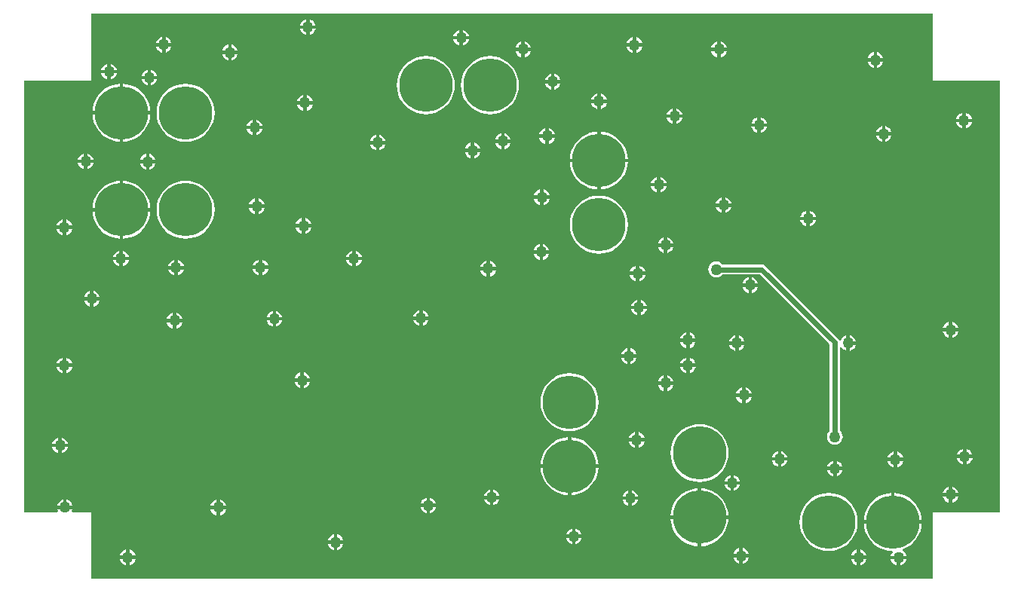
<source format=gbl>
G04*
G04 #@! TF.GenerationSoftware,Altium Limited,Altium Designer,19.1.8 (144)*
G04*
G04 Layer_Physical_Order=2*
G04 Layer_Color=16711680*
%FSLAX25Y25*%
%MOIN*%
G70*
G01*
G75*
%ADD45C,0.02362*%
%ADD50C,0.23622*%
%ADD51C,0.05000*%
G36*
X401575Y220472D02*
X431102D01*
Y29528D01*
X401575D01*
Y0D01*
X29528D01*
Y29528D01*
X21322D01*
X21053Y30028D01*
X21323Y30681D01*
X21340Y30807D01*
X14487D01*
X14503Y30681D01*
X14774Y30028D01*
X14505Y29528D01*
X0D01*
Y220472D01*
X29528D01*
Y250000D01*
X401575D01*
Y220472D01*
D02*
G37*
%LPC*%
G36*
X126083Y247521D02*
Y244882D01*
X128722D01*
X128705Y245008D01*
X128352Y245860D01*
X127792Y246591D01*
X127060Y247152D01*
X126209Y247504D01*
X126083Y247521D01*
D02*
G37*
G36*
X124508D02*
X124382Y247504D01*
X123530Y247152D01*
X122799Y246591D01*
X122238Y245860D01*
X121885Y245008D01*
X121869Y244882D01*
X124508D01*
Y247521D01*
D02*
G37*
G36*
X128722Y243307D02*
X126083D01*
Y240668D01*
X126209Y240685D01*
X127060Y241037D01*
X127792Y241598D01*
X128352Y242329D01*
X128705Y243181D01*
X128722Y243307D01*
D02*
G37*
G36*
X124508D02*
X121869D01*
X121885Y243181D01*
X122238Y242329D01*
X122799Y241598D01*
X123530Y241037D01*
X124382Y240685D01*
X124508Y240668D01*
Y243307D01*
D02*
G37*
G36*
X193898Y242797D02*
Y240158D01*
X196537D01*
X196520Y240284D01*
X196168Y241135D01*
X195607Y241866D01*
X194875Y242427D01*
X194024Y242780D01*
X193898Y242797D01*
D02*
G37*
G36*
X192323D02*
X192197Y242780D01*
X191345Y242427D01*
X190614Y241866D01*
X190053Y241135D01*
X189700Y240284D01*
X189684Y240158D01*
X192323D01*
Y242797D01*
D02*
G37*
G36*
X62402Y239745D02*
Y237106D01*
X65041D01*
X65024Y237233D01*
X64671Y238084D01*
X64110Y238815D01*
X63379Y239376D01*
X62528Y239729D01*
X62402Y239745D01*
D02*
G37*
G36*
X60827D02*
X60701Y239729D01*
X59849Y239376D01*
X59118Y238815D01*
X58557Y238084D01*
X58204Y237233D01*
X58188Y237106D01*
X60827D01*
Y239745D01*
D02*
G37*
G36*
X270472Y239647D02*
Y237008D01*
X273112D01*
X273095Y237134D01*
X272742Y237986D01*
X272181Y238717D01*
X271450Y239278D01*
X270599Y239630D01*
X270472Y239647D01*
D02*
G37*
G36*
X268898D02*
X268771Y239630D01*
X267920Y239278D01*
X267189Y238717D01*
X266628Y237986D01*
X266275Y237134D01*
X266259Y237008D01*
X268898D01*
Y239647D01*
D02*
G37*
G36*
X196537Y238583D02*
X193898D01*
Y235944D01*
X194024Y235960D01*
X194875Y236313D01*
X195607Y236874D01*
X196168Y237605D01*
X196520Y238456D01*
X196537Y238583D01*
D02*
G37*
G36*
X192323D02*
X189684D01*
X189700Y238456D01*
X190053Y237605D01*
X190614Y236874D01*
X191345Y236313D01*
X192197Y235960D01*
X192323Y235944D01*
Y238583D01*
D02*
G37*
G36*
X307874Y237679D02*
Y235039D01*
X310513D01*
X310496Y235166D01*
X310144Y236017D01*
X309583Y236748D01*
X308852Y237309D01*
X308000Y237662D01*
X307874Y237679D01*
D02*
G37*
G36*
X306299D02*
X306173Y237662D01*
X305322Y237309D01*
X304590Y236748D01*
X304029Y236017D01*
X303677Y235166D01*
X303660Y235039D01*
X306299D01*
Y237679D01*
D02*
G37*
G36*
X221260D02*
Y235039D01*
X223899D01*
X223882Y235166D01*
X223530Y236017D01*
X222969Y236748D01*
X222237Y237309D01*
X221386Y237662D01*
X221260Y237679D01*
D02*
G37*
G36*
X219685D02*
X219559Y237662D01*
X218707Y237309D01*
X217976Y236748D01*
X217415Y236017D01*
X217062Y235166D01*
X217046Y235039D01*
X219685D01*
Y237679D01*
D02*
G37*
G36*
X91634Y236301D02*
Y233661D01*
X94273D01*
X94256Y233788D01*
X93904Y234639D01*
X93343Y235370D01*
X92612Y235931D01*
X91760Y236284D01*
X91634Y236301D01*
D02*
G37*
G36*
X90059D02*
X89933Y236284D01*
X89081Y235931D01*
X88350Y235370D01*
X87789Y234639D01*
X87436Y233788D01*
X87420Y233661D01*
X90059D01*
Y236301D01*
D02*
G37*
G36*
X65041Y235531D02*
X62402D01*
Y232892D01*
X62528Y232909D01*
X63379Y233262D01*
X64110Y233823D01*
X64671Y234554D01*
X65024Y235405D01*
X65041Y235531D01*
D02*
G37*
G36*
X60827D02*
X58188D01*
X58204Y235405D01*
X58557Y234554D01*
X59118Y233823D01*
X59849Y233262D01*
X60701Y232909D01*
X60827Y232892D01*
Y235531D01*
D02*
G37*
G36*
X273112Y235433D02*
X270472D01*
Y232794D01*
X270599Y232811D01*
X271450Y233163D01*
X272181Y233724D01*
X272742Y234455D01*
X273095Y235307D01*
X273112Y235433D01*
D02*
G37*
G36*
X268898D02*
X266259D01*
X266275Y235307D01*
X266628Y234455D01*
X267189Y233724D01*
X267920Y233163D01*
X268771Y232811D01*
X268898Y232794D01*
Y235433D01*
D02*
G37*
G36*
X310513Y233465D02*
X307874D01*
Y230825D01*
X308000Y230842D01*
X308852Y231195D01*
X309583Y231756D01*
X310144Y232487D01*
X310496Y233338D01*
X310513Y233465D01*
D02*
G37*
G36*
X306299D02*
X303660D01*
X303677Y233338D01*
X304029Y232487D01*
X304590Y231756D01*
X305322Y231195D01*
X306173Y230842D01*
X306299Y230825D01*
Y233465D01*
D02*
G37*
G36*
X223899D02*
X221260D01*
Y230825D01*
X221386Y230842D01*
X222237Y231195D01*
X222969Y231756D01*
X223530Y232487D01*
X223882Y233338D01*
X223899Y233465D01*
D02*
G37*
G36*
X219685D02*
X217046D01*
X217062Y233338D01*
X217415Y232487D01*
X217976Y231756D01*
X218707Y231195D01*
X219559Y230842D01*
X219685Y230825D01*
Y233465D01*
D02*
G37*
G36*
X376969Y232954D02*
Y230315D01*
X379608D01*
X379591Y230441D01*
X379238Y231293D01*
X378677Y232024D01*
X377946Y232585D01*
X377095Y232938D01*
X376969Y232954D01*
D02*
G37*
G36*
X375394D02*
X375267Y232938D01*
X374416Y232585D01*
X373685Y232024D01*
X373124Y231293D01*
X372771Y230441D01*
X372755Y230315D01*
X375394D01*
Y232954D01*
D02*
G37*
G36*
X94273Y232087D02*
X91634D01*
Y229448D01*
X91760Y229464D01*
X92612Y229817D01*
X93343Y230378D01*
X93904Y231109D01*
X94256Y231960D01*
X94273Y232087D01*
D02*
G37*
G36*
X90059D02*
X87420D01*
X87436Y231960D01*
X87789Y231109D01*
X88350Y230378D01*
X89081Y229817D01*
X89933Y229464D01*
X90059Y229448D01*
Y232087D01*
D02*
G37*
G36*
X379608Y228740D02*
X376969D01*
Y226101D01*
X377095Y226118D01*
X377946Y226470D01*
X378677Y227031D01*
X379238Y227763D01*
X379591Y228614D01*
X379608Y228740D01*
D02*
G37*
G36*
X375394D02*
X372755D01*
X372771Y228614D01*
X373124Y227763D01*
X373685Y227031D01*
X374416Y226470D01*
X375267Y226118D01*
X375394Y226101D01*
Y228740D01*
D02*
G37*
G36*
X38189Y227836D02*
Y225197D01*
X40828D01*
X40811Y225323D01*
X40459Y226174D01*
X39898Y226906D01*
X39167Y227467D01*
X38315Y227819D01*
X38189Y227836D01*
D02*
G37*
G36*
X36614D02*
X36488Y227819D01*
X35636Y227467D01*
X34905Y226906D01*
X34344Y226174D01*
X33992Y225323D01*
X33975Y225197D01*
X36614D01*
Y227836D01*
D02*
G37*
G36*
X56004Y225179D02*
Y222539D01*
X58643D01*
X58626Y222666D01*
X58274Y223517D01*
X57713Y224248D01*
X56982Y224809D01*
X56130Y225162D01*
X56004Y225179D01*
D02*
G37*
G36*
X54429D02*
X54303Y225162D01*
X53451Y224809D01*
X52720Y224248D01*
X52159Y223517D01*
X51807Y222666D01*
X51790Y222539D01*
X54429D01*
Y225179D01*
D02*
G37*
G36*
X40828Y223622D02*
X38189D01*
Y220983D01*
X38315Y221000D01*
X39167Y221352D01*
X39898Y221913D01*
X40459Y222644D01*
X40811Y223496D01*
X40828Y223622D01*
D02*
G37*
G36*
X36614D02*
X33975D01*
X33992Y223496D01*
X34344Y222644D01*
X34905Y221913D01*
X35636Y221352D01*
X36488Y221000D01*
X36614Y220983D01*
Y223622D01*
D02*
G37*
G36*
X234350Y223407D02*
Y220768D01*
X236989D01*
X236973Y220894D01*
X236620Y221745D01*
X236059Y222477D01*
X235328Y223038D01*
X234477Y223390D01*
X234350Y223407D01*
D02*
G37*
G36*
X232776D02*
X232649Y223390D01*
X231798Y223038D01*
X231067Y222477D01*
X230506Y221745D01*
X230153Y220894D01*
X230136Y220768D01*
X232776D01*
Y223407D01*
D02*
G37*
G36*
X58643Y220965D02*
X56004D01*
Y218325D01*
X56130Y218342D01*
X56982Y218695D01*
X57713Y219256D01*
X58274Y219987D01*
X58626Y220838D01*
X58643Y220965D01*
D02*
G37*
G36*
X54429D02*
X51790D01*
X51807Y220838D01*
X52159Y219987D01*
X52720Y219256D01*
X53451Y218695D01*
X54303Y218342D01*
X54429Y218325D01*
Y220965D01*
D02*
G37*
G36*
X236989Y219193D02*
X234350D01*
Y216554D01*
X234477Y216570D01*
X235328Y216923D01*
X236059Y217484D01*
X236620Y218215D01*
X236973Y219067D01*
X236989Y219193D01*
D02*
G37*
G36*
X232776D02*
X230136D01*
X230153Y219067D01*
X230506Y218215D01*
X231067Y217484D01*
X231798Y216923D01*
X232649Y216570D01*
X232776Y216554D01*
Y219193D01*
D02*
G37*
G36*
X254823Y214745D02*
Y212106D01*
X257462D01*
X257445Y212233D01*
X257093Y213084D01*
X256532Y213815D01*
X255801Y214376D01*
X254949Y214729D01*
X254823Y214745D01*
D02*
G37*
G36*
X253248D02*
X253122Y214729D01*
X252270Y214376D01*
X251539Y213815D01*
X250978Y213084D01*
X250625Y212233D01*
X250609Y212106D01*
X253248D01*
Y214745D01*
D02*
G37*
G36*
X124803Y214056D02*
Y211417D01*
X127442D01*
X127426Y211544D01*
X127073Y212395D01*
X126512Y213126D01*
X125781Y213687D01*
X124929Y214040D01*
X124803Y214056D01*
D02*
G37*
G36*
X123228D02*
X123102Y214040D01*
X122251Y213687D01*
X121519Y213126D01*
X120958Y212395D01*
X120606Y211544D01*
X120589Y211417D01*
X123228D01*
Y214056D01*
D02*
G37*
G36*
X257462Y210531D02*
X254823D01*
Y207892D01*
X254949Y207909D01*
X255801Y208262D01*
X256532Y208823D01*
X257093Y209554D01*
X257445Y210405D01*
X257462Y210531D01*
D02*
G37*
G36*
X253248D02*
X250609D01*
X250625Y210405D01*
X250978Y209554D01*
X251539Y208823D01*
X252270Y208262D01*
X253122Y207909D01*
X253248Y207892D01*
Y210531D01*
D02*
G37*
G36*
X127442Y209842D02*
X124803D01*
Y207203D01*
X124929Y207220D01*
X125781Y207573D01*
X126512Y208134D01*
X127073Y208865D01*
X127426Y209716D01*
X127442Y209842D01*
D02*
G37*
G36*
X123228D02*
X120589D01*
X120606Y209716D01*
X120958Y208865D01*
X121519Y208134D01*
X122251Y207573D01*
X123102Y207220D01*
X123228Y207203D01*
Y209842D01*
D02*
G37*
G36*
X43701Y218989D02*
Y206988D01*
X55702D01*
X55606Y208211D01*
X55135Y210172D01*
X54363Y212035D01*
X53310Y213754D01*
X52000Y215288D01*
X50467Y216597D01*
X48747Y217651D01*
X46884Y218423D01*
X44924Y218893D01*
X43701Y218989D01*
D02*
G37*
G36*
X42126D02*
X40903Y218893D01*
X38942Y218423D01*
X37079Y217651D01*
X35360Y216597D01*
X33827Y215288D01*
X32517Y213754D01*
X31463Y212035D01*
X30692Y210172D01*
X30221Y208211D01*
X30125Y206988D01*
X42126D01*
Y218989D01*
D02*
G37*
G36*
X205807Y231256D02*
X203797Y231098D01*
X201836Y230627D01*
X199973Y229855D01*
X198254Y228802D01*
X196720Y227492D01*
X195411Y225959D01*
X194357Y224240D01*
X193585Y222377D01*
X193115Y220416D01*
X192956Y218406D01*
X193115Y216395D01*
X193585Y214435D01*
X194357Y212572D01*
X195411Y210852D01*
X196720Y209319D01*
X198254Y208009D01*
X199973Y206956D01*
X201836Y206184D01*
X203797Y205713D01*
X205807Y205555D01*
X207817Y205713D01*
X209778Y206184D01*
X211641Y206956D01*
X213361Y208009D01*
X214894Y209319D01*
X216203Y210852D01*
X217257Y212572D01*
X218029Y214435D01*
X218499Y216395D01*
X218658Y218406D01*
X218499Y220416D01*
X218029Y222377D01*
X217257Y224240D01*
X216203Y225959D01*
X214894Y227492D01*
X213361Y228802D01*
X211641Y229855D01*
X209778Y230627D01*
X207817Y231098D01*
X205807Y231256D01*
D02*
G37*
G36*
X177461D02*
X175450Y231098D01*
X173490Y230627D01*
X171627Y229855D01*
X169907Y228802D01*
X168374Y227492D01*
X167064Y225959D01*
X166011Y224240D01*
X165239Y222377D01*
X164768Y220416D01*
X164610Y218406D01*
X164768Y216395D01*
X165239Y214435D01*
X166011Y212572D01*
X167064Y210852D01*
X168374Y209319D01*
X169907Y208009D01*
X171627Y206956D01*
X173490Y206184D01*
X175450Y205713D01*
X177461Y205555D01*
X179471Y205713D01*
X181432Y206184D01*
X183295Y206956D01*
X185014Y208009D01*
X186547Y209319D01*
X187857Y210852D01*
X188911Y212572D01*
X189682Y214435D01*
X190153Y216395D01*
X190311Y218406D01*
X190153Y220416D01*
X189682Y222377D01*
X188911Y224240D01*
X187857Y225959D01*
X186547Y227492D01*
X185014Y228802D01*
X183295Y229855D01*
X181432Y230627D01*
X179471Y231098D01*
X177461Y231256D01*
D02*
G37*
G36*
X288189Y208151D02*
Y205512D01*
X290828D01*
X290811Y205638D01*
X290459Y206489D01*
X289898Y207221D01*
X289167Y207782D01*
X288315Y208134D01*
X288189Y208151D01*
D02*
G37*
G36*
X286614D02*
X286488Y208134D01*
X285636Y207782D01*
X284905Y207221D01*
X284344Y206489D01*
X283992Y205638D01*
X283975Y205512D01*
X286614D01*
Y208151D01*
D02*
G37*
G36*
X416142Y206183D02*
Y203543D01*
X418781D01*
X418764Y203670D01*
X418412Y204521D01*
X417851Y205252D01*
X417119Y205813D01*
X416268Y206166D01*
X416142Y206183D01*
D02*
G37*
G36*
X414567D02*
X414441Y206166D01*
X413589Y205813D01*
X412858Y205252D01*
X412297Y204521D01*
X411944Y203670D01*
X411928Y203543D01*
X414567D01*
Y206183D01*
D02*
G37*
G36*
X325590Y204214D02*
Y201575D01*
X328230D01*
X328213Y201701D01*
X327860Y202553D01*
X327299Y203284D01*
X326568Y203845D01*
X325717Y204197D01*
X325590Y204214D01*
D02*
G37*
G36*
X324016D02*
X323889Y204197D01*
X323038Y203845D01*
X322307Y203284D01*
X321746Y202553D01*
X321393Y201701D01*
X321377Y201575D01*
X324016D01*
Y204214D01*
D02*
G37*
G36*
X290828Y203937D02*
X288189D01*
Y201298D01*
X288315Y201314D01*
X289167Y201667D01*
X289898Y202228D01*
X290459Y202959D01*
X290811Y203811D01*
X290828Y203937D01*
D02*
G37*
G36*
X286614D02*
X283975D01*
X283992Y203811D01*
X284344Y202959D01*
X284905Y202228D01*
X285636Y201667D01*
X286488Y201314D01*
X286614Y201298D01*
Y203937D01*
D02*
G37*
G36*
X102559Y203131D02*
Y200492D01*
X105198D01*
X105182Y200618D01*
X104829Y201470D01*
X104268Y202201D01*
X103537Y202762D01*
X102685Y203115D01*
X102559Y203131D01*
D02*
G37*
G36*
X100984D02*
X100858Y203115D01*
X100007Y202762D01*
X99275Y202201D01*
X98714Y201470D01*
X98362Y200618D01*
X98345Y200492D01*
X100984D01*
Y203131D01*
D02*
G37*
G36*
X418781Y201969D02*
X416142D01*
Y199329D01*
X416268Y199346D01*
X417119Y199699D01*
X417851Y200260D01*
X418412Y200991D01*
X418764Y201842D01*
X418781Y201969D01*
D02*
G37*
G36*
X414567D02*
X411928D01*
X411944Y201842D01*
X412297Y200991D01*
X412858Y200260D01*
X413589Y199699D01*
X414441Y199346D01*
X414567Y199329D01*
Y201969D01*
D02*
G37*
G36*
X380709Y200277D02*
Y197638D01*
X383348D01*
X383331Y197764D01*
X382979Y198616D01*
X382417Y199347D01*
X381686Y199908D01*
X380835Y200260D01*
X380709Y200277D01*
D02*
G37*
G36*
X379134D02*
X379008Y200260D01*
X378156Y199908D01*
X377425Y199347D01*
X376864Y198616D01*
X376511Y197764D01*
X376495Y197638D01*
X379134D01*
Y200277D01*
D02*
G37*
G36*
X328230Y200000D02*
X325590D01*
Y197361D01*
X325717Y197378D01*
X326568Y197730D01*
X327299Y198291D01*
X327860Y199022D01*
X328213Y199874D01*
X328230Y200000D01*
D02*
G37*
G36*
X324016D02*
X321377D01*
X321393Y199874D01*
X321746Y199022D01*
X322307Y198291D01*
X323038Y197730D01*
X323889Y197378D01*
X324016Y197361D01*
Y200000D01*
D02*
G37*
G36*
X231890Y199391D02*
Y196752D01*
X234529D01*
X234512Y196878D01*
X234160Y197730D01*
X233599Y198461D01*
X232868Y199022D01*
X232016Y199374D01*
X231890Y199391D01*
D02*
G37*
G36*
X230315D02*
X230189Y199374D01*
X229337Y199022D01*
X228606Y198461D01*
X228045Y197730D01*
X227693Y196878D01*
X227676Y196752D01*
X230315D01*
Y199391D01*
D02*
G37*
G36*
X105198Y198917D02*
X102559D01*
Y196278D01*
X102685Y196295D01*
X103537Y196648D01*
X104268Y197208D01*
X104829Y197940D01*
X105182Y198791D01*
X105198Y198917D01*
D02*
G37*
G36*
X100984D02*
X98345D01*
X98362Y198791D01*
X98714Y197940D01*
X99275Y197208D01*
X100007Y196648D01*
X100858Y196295D01*
X100984Y196278D01*
Y198917D01*
D02*
G37*
G36*
X212303Y197029D02*
Y194390D01*
X214942D01*
X214926Y194516D01*
X214573Y195368D01*
X214012Y196099D01*
X213281Y196660D01*
X212429Y197012D01*
X212303Y197029D01*
D02*
G37*
G36*
X210728D02*
X210602Y197012D01*
X209751Y196660D01*
X209019Y196099D01*
X208458Y195368D01*
X208106Y194516D01*
X208089Y194390D01*
X210728D01*
Y197029D01*
D02*
G37*
G36*
X156988Y196438D02*
Y193799D01*
X159627D01*
X159611Y193925D01*
X159258Y194777D01*
X158697Y195508D01*
X157966Y196069D01*
X157115Y196422D01*
X156988Y196438D01*
D02*
G37*
G36*
X155413D02*
X155287Y196422D01*
X154436Y196069D01*
X153705Y195508D01*
X153144Y194777D01*
X152791Y193925D01*
X152774Y193799D01*
X155413D01*
Y196438D01*
D02*
G37*
G36*
X383348Y196063D02*
X380709D01*
Y193424D01*
X380835Y193440D01*
X381686Y193793D01*
X382417Y194354D01*
X382979Y195085D01*
X383331Y195937D01*
X383348Y196063D01*
D02*
G37*
G36*
X379134D02*
X376495D01*
X376511Y195937D01*
X376864Y195085D01*
X377425Y194354D01*
X378156Y193793D01*
X379008Y193440D01*
X379134Y193424D01*
Y196063D01*
D02*
G37*
G36*
X42126Y205413D02*
X30125D01*
X30221Y204190D01*
X30692Y202230D01*
X31463Y200367D01*
X32517Y198647D01*
X33827Y197114D01*
X35360Y195804D01*
X37079Y194751D01*
X38942Y193979D01*
X40903Y193508D01*
X42126Y193412D01*
Y205413D01*
D02*
G37*
G36*
X55702D02*
X43701D01*
Y193412D01*
X44924Y193508D01*
X46884Y193979D01*
X48747Y194751D01*
X50467Y195804D01*
X52000Y197114D01*
X53310Y198647D01*
X54363Y200367D01*
X55135Y202230D01*
X55606Y204190D01*
X55702Y205413D01*
D02*
G37*
G36*
X71260Y219051D02*
X69250Y218893D01*
X67289Y218423D01*
X65426Y217651D01*
X63706Y216597D01*
X62173Y215288D01*
X60864Y213754D01*
X59810Y212035D01*
X59038Y210172D01*
X58567Y208211D01*
X58409Y206201D01*
X58567Y204190D01*
X59038Y202230D01*
X59810Y200367D01*
X60864Y198647D01*
X62173Y197114D01*
X63706Y195804D01*
X65426Y194751D01*
X67289Y193979D01*
X69250Y193508D01*
X71260Y193350D01*
X73270Y193508D01*
X75231Y193979D01*
X77094Y194751D01*
X78813Y195804D01*
X80347Y197114D01*
X81656Y198647D01*
X82710Y200367D01*
X83482Y202230D01*
X83952Y204190D01*
X84110Y206201D01*
X83952Y208211D01*
X83482Y210172D01*
X82710Y212035D01*
X81656Y213754D01*
X80347Y215288D01*
X78813Y216597D01*
X77094Y217651D01*
X75231Y218423D01*
X73270Y218893D01*
X71260Y219051D01*
D02*
G37*
G36*
X234529Y195177D02*
X231890D01*
Y192538D01*
X232016Y192555D01*
X232868Y192907D01*
X233599Y193468D01*
X234160Y194200D01*
X234512Y195051D01*
X234529Y195177D01*
D02*
G37*
G36*
X230315D02*
X227676D01*
X227693Y195051D01*
X228045Y194200D01*
X228606Y193468D01*
X229337Y192907D01*
X230189Y192555D01*
X230315Y192538D01*
Y195177D01*
D02*
G37*
G36*
X198917Y192993D02*
Y190354D01*
X201556D01*
X201540Y190481D01*
X201187Y191332D01*
X200626Y192063D01*
X199895Y192624D01*
X199044Y192977D01*
X198917Y192993D01*
D02*
G37*
G36*
X197343D02*
X197216Y192977D01*
X196365Y192624D01*
X195634Y192063D01*
X195073Y191332D01*
X194720Y190481D01*
X194703Y190354D01*
X197343D01*
Y192993D01*
D02*
G37*
G36*
X214942Y192815D02*
X212303D01*
Y190176D01*
X212429Y190192D01*
X213281Y190545D01*
X214012Y191106D01*
X214573Y191837D01*
X214926Y192689D01*
X214942Y192815D01*
D02*
G37*
G36*
X210728D02*
X208089D01*
X208106Y192689D01*
X208458Y191837D01*
X209019Y191106D01*
X209751Y190545D01*
X210602Y190192D01*
X210728Y190176D01*
Y192815D01*
D02*
G37*
G36*
X159627Y192224D02*
X156988D01*
Y189585D01*
X157115Y189602D01*
X157966Y189955D01*
X158697Y190516D01*
X159258Y191247D01*
X159611Y192098D01*
X159627Y192224D01*
D02*
G37*
G36*
X155413D02*
X152774D01*
X152791Y192098D01*
X153144Y191247D01*
X153705Y190516D01*
X154436Y189955D01*
X155287Y189602D01*
X155413Y189585D01*
Y192224D01*
D02*
G37*
G36*
X201556Y188779D02*
X198917D01*
Y186140D01*
X199044Y186157D01*
X199895Y186510D01*
X200626Y187071D01*
X201187Y187802D01*
X201540Y188653D01*
X201556Y188779D01*
D02*
G37*
G36*
X197343D02*
X194703D01*
X194720Y188653D01*
X195073Y187802D01*
X195634Y187071D01*
X196365Y186510D01*
X197216Y186157D01*
X197343Y186140D01*
Y188779D01*
D02*
G37*
G36*
X254724Y197828D02*
Y185827D01*
X266726D01*
X266629Y187050D01*
X266159Y189010D01*
X265387Y190873D01*
X264333Y192593D01*
X263024Y194126D01*
X261490Y195436D01*
X259771Y196489D01*
X257908Y197261D01*
X255947Y197732D01*
X254724Y197828D01*
D02*
G37*
G36*
X253150D02*
X251927Y197732D01*
X249966Y197261D01*
X248103Y196489D01*
X246384Y195436D01*
X244850Y194126D01*
X243541Y192593D01*
X242487Y190873D01*
X241715Y189010D01*
X241245Y187050D01*
X241148Y185827D01*
X253150D01*
Y197828D01*
D02*
G37*
G36*
X27854Y188171D02*
Y185531D01*
X30494D01*
X30477Y185658D01*
X30124Y186509D01*
X29563Y187240D01*
X28832Y187801D01*
X27981Y188154D01*
X27854Y188171D01*
D02*
G37*
G36*
X26280D02*
X26153Y188154D01*
X25302Y187801D01*
X24571Y187240D01*
X24010Y186509D01*
X23657Y185658D01*
X23640Y185531D01*
X26280D01*
Y188171D01*
D02*
G37*
G36*
X55315Y187974D02*
Y185335D01*
X57954D01*
X57938Y185461D01*
X57585Y186312D01*
X57024Y187043D01*
X56293Y187604D01*
X55441Y187957D01*
X55315Y187974D01*
D02*
G37*
G36*
X53740D02*
X53614Y187957D01*
X52763Y187604D01*
X52031Y187043D01*
X51470Y186312D01*
X51118Y185461D01*
X51101Y185335D01*
X53740D01*
Y187974D01*
D02*
G37*
G36*
X30494Y183957D02*
X27854D01*
Y181318D01*
X27981Y181334D01*
X28832Y181687D01*
X29563Y182248D01*
X30124Y182979D01*
X30477Y183830D01*
X30494Y183957D01*
D02*
G37*
G36*
X26280D02*
X23640D01*
X23657Y183830D01*
X24010Y182979D01*
X24571Y182248D01*
X25302Y181687D01*
X26153Y181334D01*
X26280Y181318D01*
Y183957D01*
D02*
G37*
G36*
X57954Y183760D02*
X55315D01*
Y181121D01*
X55441Y181137D01*
X56293Y181490D01*
X57024Y182051D01*
X57585Y182782D01*
X57938Y183634D01*
X57954Y183760D01*
D02*
G37*
G36*
X53740D02*
X51101D01*
X51118Y183634D01*
X51470Y182782D01*
X52031Y182051D01*
X52763Y181490D01*
X53614Y181137D01*
X53740Y181121D01*
Y183760D01*
D02*
G37*
G36*
X281201Y177836D02*
Y175197D01*
X283840D01*
X283823Y175323D01*
X283471Y176174D01*
X282910Y176906D01*
X282178Y177467D01*
X281327Y177819D01*
X281201Y177836D01*
D02*
G37*
G36*
X279626D02*
X279500Y177819D01*
X278648Y177467D01*
X277917Y176906D01*
X277356Y176174D01*
X277004Y175323D01*
X276987Y175197D01*
X279626D01*
Y177836D01*
D02*
G37*
G36*
X266726Y184252D02*
X254724D01*
Y172251D01*
X255947Y172347D01*
X257908Y172818D01*
X259771Y173589D01*
X261490Y174643D01*
X263024Y175953D01*
X264333Y177486D01*
X265387Y179205D01*
X266159Y181068D01*
X266629Y183029D01*
X266726Y184252D01*
D02*
G37*
G36*
X253150D02*
X241148D01*
X241245Y183029D01*
X241715Y181068D01*
X242487Y179205D01*
X243541Y177486D01*
X244850Y175953D01*
X246384Y174643D01*
X248103Y173589D01*
X249966Y172818D01*
X251927Y172347D01*
X253150Y172251D01*
Y184252D01*
D02*
G37*
G36*
X283840Y173622D02*
X281201D01*
Y170983D01*
X281327Y171000D01*
X282178Y171352D01*
X282910Y171913D01*
X283471Y172644D01*
X283823Y173496D01*
X283840Y173622D01*
D02*
G37*
G36*
X279626D02*
X276987D01*
X277004Y173496D01*
X277356Y172644D01*
X277917Y171913D01*
X278648Y171352D01*
X279500Y171000D01*
X279626Y170983D01*
Y173622D01*
D02*
G37*
G36*
X229528Y172324D02*
Y169685D01*
X232167D01*
X232150Y169811D01*
X231797Y170663D01*
X231236Y171394D01*
X230505Y171955D01*
X229654Y172308D01*
X229528Y172324D01*
D02*
G37*
G36*
X227953D02*
X227826Y172308D01*
X226975Y171955D01*
X226244Y171394D01*
X225683Y170663D01*
X225330Y169811D01*
X225314Y169685D01*
X227953D01*
Y172324D01*
D02*
G37*
G36*
X309842Y168781D02*
Y166142D01*
X312482D01*
X312465Y166268D01*
X312112Y167119D01*
X311551Y167851D01*
X310820Y168412D01*
X309969Y168764D01*
X309842Y168781D01*
D02*
G37*
G36*
X308268D02*
X308141Y168764D01*
X307290Y168412D01*
X306559Y167851D01*
X305998Y167119D01*
X305645Y166268D01*
X305629Y166142D01*
X308268D01*
Y168781D01*
D02*
G37*
G36*
X103543Y168289D02*
Y165650D01*
X106182D01*
X106166Y165776D01*
X105813Y166627D01*
X105252Y167358D01*
X104521Y167919D01*
X103670Y168272D01*
X103543Y168289D01*
D02*
G37*
G36*
X101969D02*
X101842Y168272D01*
X100991Y167919D01*
X100260Y167358D01*
X99699Y166627D01*
X99346Y165776D01*
X99329Y165650D01*
X101969D01*
Y168289D01*
D02*
G37*
G36*
X232167Y168110D02*
X229528D01*
Y165471D01*
X229654Y165488D01*
X230505Y165840D01*
X231236Y166401D01*
X231797Y167132D01*
X232150Y167984D01*
X232167Y168110D01*
D02*
G37*
G36*
X227953D02*
X225314D01*
X225330Y167984D01*
X225683Y167132D01*
X226244Y166401D01*
X226975Y165840D01*
X227826Y165488D01*
X227953Y165471D01*
Y168110D01*
D02*
G37*
G36*
X43701Y176076D02*
Y164075D01*
X55702D01*
X55606Y165298D01*
X55135Y167259D01*
X54363Y169122D01*
X53310Y170841D01*
X52000Y172374D01*
X50467Y173684D01*
X48747Y174737D01*
X46884Y175509D01*
X44924Y175980D01*
X43701Y176076D01*
D02*
G37*
G36*
X42126D02*
X40903Y175980D01*
X38942Y175509D01*
X37079Y174737D01*
X35360Y173684D01*
X33827Y172374D01*
X32517Y170841D01*
X31463Y169122D01*
X30692Y167259D01*
X30221Y165298D01*
X30125Y164075D01*
X42126D01*
Y176076D01*
D02*
G37*
G36*
X312482Y164567D02*
X309842D01*
Y161928D01*
X309969Y161944D01*
X310820Y162297D01*
X311551Y162858D01*
X312112Y163589D01*
X312465Y164441D01*
X312482Y164567D01*
D02*
G37*
G36*
X308268D02*
X305629D01*
X305645Y164441D01*
X305998Y163589D01*
X306559Y162858D01*
X307290Y162297D01*
X308141Y161944D01*
X308268Y161928D01*
Y164567D01*
D02*
G37*
G36*
X106182Y164075D02*
X103543D01*
Y161436D01*
X103670Y161452D01*
X104521Y161805D01*
X105252Y162366D01*
X105813Y163097D01*
X106166Y163949D01*
X106182Y164075D01*
D02*
G37*
G36*
X101969D02*
X99329D01*
X99346Y163949D01*
X99699Y163097D01*
X100260Y162366D01*
X100991Y161805D01*
X101842Y161452D01*
X101969Y161436D01*
Y164075D01*
D02*
G37*
G36*
X347244Y162875D02*
Y160236D01*
X349883D01*
X349867Y160363D01*
X349514Y161214D01*
X348953Y161945D01*
X348222Y162506D01*
X347370Y162859D01*
X347244Y162875D01*
D02*
G37*
G36*
X345669D02*
X345543Y162859D01*
X344692Y162506D01*
X343960Y161945D01*
X343399Y161214D01*
X343047Y160363D01*
X343030Y160236D01*
X345669D01*
Y162875D01*
D02*
G37*
G36*
X124213Y159627D02*
Y156988D01*
X126852D01*
X126835Y157115D01*
X126482Y157966D01*
X125921Y158697D01*
X125190Y159258D01*
X124339Y159611D01*
X124213Y159627D01*
D02*
G37*
G36*
X122638D02*
X122511Y159611D01*
X121660Y159258D01*
X120929Y158697D01*
X120368Y157966D01*
X120015Y157115D01*
X119999Y156988D01*
X122638D01*
Y159627D01*
D02*
G37*
G36*
X18504Y158938D02*
Y156299D01*
X21143D01*
X21126Y156425D01*
X20774Y157277D01*
X20213Y158008D01*
X19482Y158569D01*
X18630Y158922D01*
X18504Y158938D01*
D02*
G37*
G36*
X16929D02*
X16803Y158922D01*
X15951Y158569D01*
X15220Y158008D01*
X14659Y157277D01*
X14307Y156425D01*
X14290Y156299D01*
X16929D01*
Y158938D01*
D02*
G37*
G36*
X349883Y158661D02*
X347244D01*
Y156022D01*
X347370Y156039D01*
X348222Y156392D01*
X348953Y156953D01*
X349514Y157684D01*
X349867Y158535D01*
X349883Y158661D01*
D02*
G37*
G36*
X345669D02*
X343030D01*
X343047Y158535D01*
X343399Y157684D01*
X343960Y156953D01*
X344692Y156392D01*
X345543Y156039D01*
X345669Y156022D01*
Y158661D01*
D02*
G37*
G36*
X126852Y155413D02*
X124213D01*
Y152774D01*
X124339Y152791D01*
X125190Y153144D01*
X125921Y153705D01*
X126482Y154436D01*
X126835Y155287D01*
X126852Y155413D01*
D02*
G37*
G36*
X122638D02*
X119999D01*
X120015Y155287D01*
X120368Y154436D01*
X120929Y153705D01*
X121660Y153144D01*
X122511Y152791D01*
X122638Y152774D01*
Y155413D01*
D02*
G37*
G36*
X21143Y154724D02*
X18504D01*
Y152085D01*
X18630Y152102D01*
X19482Y152455D01*
X20213Y153016D01*
X20774Y153747D01*
X21126Y154598D01*
X21143Y154724D01*
D02*
G37*
G36*
X16929D02*
X14290D01*
X14307Y154598D01*
X14659Y153747D01*
X15220Y153016D01*
X15951Y152455D01*
X16803Y152102D01*
X16929Y152085D01*
Y154724D01*
D02*
G37*
G36*
X55702Y162500D02*
X43701D01*
Y150499D01*
X44924Y150595D01*
X46884Y151066D01*
X48747Y151837D01*
X50467Y152891D01*
X52000Y154201D01*
X53310Y155734D01*
X54363Y157453D01*
X55135Y159316D01*
X55606Y161277D01*
X55702Y162500D01*
D02*
G37*
G36*
X42126D02*
X30125D01*
X30221Y161277D01*
X30692Y159316D01*
X31463Y157453D01*
X32517Y155734D01*
X33827Y154201D01*
X35360Y152891D01*
X37079Y151837D01*
X38942Y151066D01*
X40903Y150595D01*
X42126Y150499D01*
Y162500D01*
D02*
G37*
G36*
X71260Y176138D02*
X69250Y175980D01*
X67289Y175509D01*
X65426Y174737D01*
X63706Y173684D01*
X62173Y172374D01*
X60864Y170841D01*
X59810Y169122D01*
X59038Y167259D01*
X58567Y165298D01*
X58409Y163287D01*
X58567Y161277D01*
X59038Y159316D01*
X59810Y157453D01*
X60864Y155734D01*
X62173Y154201D01*
X63706Y152891D01*
X65426Y151837D01*
X67289Y151066D01*
X69250Y150595D01*
X71260Y150437D01*
X73270Y150595D01*
X75231Y151066D01*
X77094Y151837D01*
X78813Y152891D01*
X80347Y154201D01*
X81656Y155734D01*
X82710Y157453D01*
X83482Y159316D01*
X83952Y161277D01*
X84110Y163287D01*
X83952Y165298D01*
X83482Y167259D01*
X82710Y169122D01*
X81656Y170841D01*
X80347Y172374D01*
X78813Y173684D01*
X77094Y174737D01*
X75231Y175509D01*
X73270Y175980D01*
X71260Y176138D01*
D02*
G37*
G36*
X284252Y151064D02*
Y148425D01*
X286891D01*
X286875Y148551D01*
X286522Y149403D01*
X285961Y150134D01*
X285230Y150695D01*
X284378Y151048D01*
X284252Y151064D01*
D02*
G37*
G36*
X282677D02*
X282551Y151048D01*
X281699Y150695D01*
X280968Y150134D01*
X280407Y149403D01*
X280055Y148551D01*
X280038Y148425D01*
X282677D01*
Y151064D01*
D02*
G37*
G36*
X229331Y148013D02*
Y145374D01*
X231970D01*
X231953Y145500D01*
X231601Y146352D01*
X231040Y147083D01*
X230308Y147644D01*
X229457Y147996D01*
X229331Y148013D01*
D02*
G37*
G36*
X227756D02*
X227630Y147996D01*
X226778Y147644D01*
X226047Y147083D01*
X225486Y146352D01*
X225133Y145500D01*
X225117Y145374D01*
X227756D01*
Y148013D01*
D02*
G37*
G36*
X286891Y146850D02*
X284252D01*
Y144211D01*
X284378Y144228D01*
X285230Y144581D01*
X285961Y145142D01*
X286522Y145873D01*
X286875Y146724D01*
X286891Y146850D01*
D02*
G37*
G36*
X282677D02*
X280038D01*
X280055Y146724D01*
X280407Y145873D01*
X280968Y145142D01*
X281699Y144581D01*
X282551Y144228D01*
X282677Y144211D01*
Y146850D01*
D02*
G37*
G36*
X253937Y169544D02*
X251927Y169385D01*
X249966Y168915D01*
X248103Y168143D01*
X246384Y167089D01*
X244850Y165780D01*
X243541Y164246D01*
X242487Y162527D01*
X241715Y160664D01*
X241245Y158703D01*
X241086Y156693D01*
X241245Y154683D01*
X241715Y152722D01*
X242487Y150859D01*
X243541Y149139D01*
X244850Y147606D01*
X246384Y146297D01*
X248103Y145243D01*
X249966Y144471D01*
X251927Y144000D01*
X253937Y143842D01*
X255947Y144000D01*
X257908Y144471D01*
X259771Y145243D01*
X261490Y146297D01*
X263024Y147606D01*
X264333Y149139D01*
X265387Y150859D01*
X266159Y152722D01*
X266629Y154683D01*
X266788Y156693D01*
X266629Y158703D01*
X266159Y160664D01*
X265387Y162527D01*
X264333Y164246D01*
X263024Y165780D01*
X261490Y167089D01*
X259771Y168143D01*
X257908Y168915D01*
X255947Y169385D01*
X253937Y169544D01*
D02*
G37*
G36*
X146457Y145159D02*
Y142520D01*
X149096D01*
X149079Y142646D01*
X148726Y143497D01*
X148166Y144228D01*
X147434Y144790D01*
X146583Y145142D01*
X146457Y145159D01*
D02*
G37*
G36*
X144882D02*
X144756Y145142D01*
X143904Y144790D01*
X143173Y144228D01*
X142612Y143497D01*
X142259Y142646D01*
X142243Y142520D01*
X144882D01*
Y145159D01*
D02*
G37*
G36*
X43504D02*
Y142520D01*
X46143D01*
X46126Y142646D01*
X45774Y143497D01*
X45213Y144228D01*
X44482Y144790D01*
X43630Y145142D01*
X43504Y145159D01*
D02*
G37*
G36*
X41929D02*
X41803Y145142D01*
X40951Y144790D01*
X40220Y144228D01*
X39659Y143497D01*
X39307Y142646D01*
X39290Y142520D01*
X41929D01*
Y145159D01*
D02*
G37*
G36*
X231970Y143799D02*
X229331D01*
Y141160D01*
X229457Y141177D01*
X230308Y141529D01*
X231040Y142090D01*
X231601Y142822D01*
X231953Y143673D01*
X231970Y143799D01*
D02*
G37*
G36*
X227756D02*
X225117D01*
X225133Y143673D01*
X225486Y142822D01*
X226047Y142090D01*
X226778Y141529D01*
X227630Y141177D01*
X227756Y141160D01*
Y143799D01*
D02*
G37*
G36*
X105118Y141222D02*
Y138583D01*
X107757D01*
X107741Y138709D01*
X107388Y139560D01*
X106827Y140292D01*
X106096Y140852D01*
X105244Y141205D01*
X105118Y141222D01*
D02*
G37*
G36*
X103543D02*
X103417Y141205D01*
X102566Y140852D01*
X101834Y140292D01*
X101274Y139560D01*
X100921Y138709D01*
X100904Y138583D01*
X103543D01*
Y141222D01*
D02*
G37*
G36*
X67815Y141123D02*
Y138484D01*
X70454D01*
X70438Y138610D01*
X70085Y139462D01*
X69524Y140193D01*
X68793Y140754D01*
X67941Y141107D01*
X67815Y141123D01*
D02*
G37*
G36*
X66240D02*
X66114Y141107D01*
X65263Y140754D01*
X64531Y140193D01*
X63970Y139462D01*
X63618Y138610D01*
X63601Y138484D01*
X66240D01*
Y141123D01*
D02*
G37*
G36*
X46143Y140945D02*
X43504D01*
Y138306D01*
X43630Y138322D01*
X44482Y138675D01*
X45213Y139236D01*
X45774Y139967D01*
X46126Y140819D01*
X46143Y140945D01*
D02*
G37*
G36*
X41929D02*
X39290D01*
X39307Y140819D01*
X39659Y139967D01*
X40220Y139236D01*
X40951Y138675D01*
X41803Y138322D01*
X41929Y138306D01*
Y140945D01*
D02*
G37*
G36*
X149096D02*
X146457D01*
Y138306D01*
X146583Y138322D01*
X147434Y138675D01*
X148166Y139236D01*
X148726Y139967D01*
X149079Y140819D01*
X149096Y140945D01*
D02*
G37*
G36*
X144882D02*
X142243D01*
X142259Y140819D01*
X142612Y139967D01*
X143173Y139236D01*
X143904Y138675D01*
X144756Y138322D01*
X144882Y138306D01*
Y140945D01*
D02*
G37*
G36*
X205807Y140730D02*
Y138091D01*
X208446D01*
X208430Y138217D01*
X208077Y139068D01*
X207516Y139799D01*
X206785Y140360D01*
X205933Y140713D01*
X205807Y140730D01*
D02*
G37*
G36*
X204232D02*
X204106Y140713D01*
X203255Y140360D01*
X202523Y139799D01*
X201962Y139068D01*
X201610Y138217D01*
X201593Y138091D01*
X204232D01*
Y140730D01*
D02*
G37*
G36*
X271850Y138564D02*
Y135925D01*
X274489D01*
X274473Y136051D01*
X274120Y136903D01*
X273559Y137634D01*
X272828Y138195D01*
X271977Y138548D01*
X271850Y138564D01*
D02*
G37*
G36*
X270276D02*
X270149Y138548D01*
X269298Y138195D01*
X268567Y137634D01*
X268006Y136903D01*
X267653Y136051D01*
X267636Y135925D01*
X270276D01*
Y138564D01*
D02*
G37*
G36*
X107757Y137008D02*
X105118D01*
Y134369D01*
X105244Y134385D01*
X106096Y134738D01*
X106827Y135299D01*
X107388Y136030D01*
X107741Y136882D01*
X107757Y137008D01*
D02*
G37*
G36*
X103543D02*
X100904D01*
X100921Y136882D01*
X101274Y136030D01*
X101834Y135299D01*
X102566Y134738D01*
X103417Y134385D01*
X103543Y134369D01*
Y137008D01*
D02*
G37*
G36*
X70454Y136909D02*
X67815D01*
Y134270D01*
X67941Y134287D01*
X68793Y134640D01*
X69524Y135201D01*
X70085Y135932D01*
X70438Y136783D01*
X70454Y136909D01*
D02*
G37*
G36*
X66240D02*
X63601D01*
X63618Y136783D01*
X63970Y135932D01*
X64531Y135201D01*
X65263Y134640D01*
X66114Y134287D01*
X66240Y134270D01*
Y136909D01*
D02*
G37*
G36*
X208446Y136516D02*
X205807D01*
Y133877D01*
X205933Y133893D01*
X206785Y134246D01*
X207516Y134807D01*
X208077Y135538D01*
X208430Y136390D01*
X208446Y136516D01*
D02*
G37*
G36*
X204232D02*
X201593D01*
X201610Y136390D01*
X201962Y135538D01*
X202523Y134807D01*
X203255Y134246D01*
X204106Y133893D01*
X204232Y133877D01*
Y136516D01*
D02*
G37*
G36*
X274489Y134350D02*
X271850D01*
Y131711D01*
X271977Y131728D01*
X272828Y132081D01*
X273559Y132642D01*
X274120Y133373D01*
X274473Y134224D01*
X274489Y134350D01*
D02*
G37*
G36*
X270276D02*
X267636D01*
X267653Y134224D01*
X268006Y133373D01*
X268567Y132642D01*
X269298Y132081D01*
X270149Y131728D01*
X270276Y131711D01*
Y134350D01*
D02*
G37*
G36*
X321654Y133348D02*
Y130709D01*
X324293D01*
X324276Y130835D01*
X323923Y131686D01*
X323362Y132418D01*
X322631Y132978D01*
X321780Y133331D01*
X321654Y133348D01*
D02*
G37*
G36*
X320079D02*
X319953Y133331D01*
X319101Y132978D01*
X318370Y132418D01*
X317809Y131686D01*
X317456Y130835D01*
X317440Y130709D01*
X320079D01*
Y133348D01*
D02*
G37*
G36*
X324293Y129134D02*
X321654D01*
Y126495D01*
X321780Y126511D01*
X322631Y126864D01*
X323362Y127425D01*
X323923Y128156D01*
X324276Y129008D01*
X324293Y129134D01*
D02*
G37*
G36*
X320079D02*
X317440D01*
X317456Y129008D01*
X317809Y128156D01*
X318370Y127425D01*
X319101Y126864D01*
X319953Y126511D01*
X320079Y126495D01*
Y129134D01*
D02*
G37*
G36*
X30610Y127344D02*
Y124705D01*
X33249D01*
X33233Y124831D01*
X32880Y125682D01*
X32319Y126414D01*
X31588Y126975D01*
X30737Y127327D01*
X30610Y127344D01*
D02*
G37*
G36*
X29035D02*
X28909Y127327D01*
X28058Y126975D01*
X27327Y126414D01*
X26766Y125682D01*
X26413Y124831D01*
X26396Y124705D01*
X29035D01*
Y127344D01*
D02*
G37*
G36*
X272441Y123505D02*
Y120866D01*
X275080D01*
X275063Y120992D01*
X274711Y121844D01*
X274150Y122575D01*
X273419Y123136D01*
X272567Y123489D01*
X272441Y123505D01*
D02*
G37*
G36*
X270866D02*
X270740Y123489D01*
X269888Y123136D01*
X269157Y122575D01*
X268596Y121844D01*
X268244Y120992D01*
X268227Y120866D01*
X270866D01*
Y123505D01*
D02*
G37*
G36*
X33249Y123130D02*
X30610D01*
Y120491D01*
X30737Y120507D01*
X31588Y120860D01*
X32319Y121421D01*
X32880Y122152D01*
X33233Y123004D01*
X33249Y123130D01*
D02*
G37*
G36*
X29035D02*
X26396D01*
X26413Y123004D01*
X26766Y122152D01*
X27327Y121421D01*
X28058Y120860D01*
X28909Y120507D01*
X29035Y120491D01*
Y123130D01*
D02*
G37*
G36*
X275080Y119291D02*
X272441D01*
Y116652D01*
X272567Y116669D01*
X273419Y117022D01*
X274150Y117582D01*
X274711Y118314D01*
X275063Y119165D01*
X275080Y119291D01*
D02*
G37*
G36*
X270866D02*
X268227D01*
X268244Y119165D01*
X268596Y118314D01*
X269157Y117582D01*
X269888Y117022D01*
X270740Y116669D01*
X270866Y116652D01*
Y119291D01*
D02*
G37*
G36*
X176083Y118781D02*
Y116142D01*
X178722D01*
X178705Y116268D01*
X178352Y117119D01*
X177792Y117851D01*
X177060Y118412D01*
X176209Y118764D01*
X176083Y118781D01*
D02*
G37*
G36*
X174508D02*
X174382Y118764D01*
X173530Y118412D01*
X172799Y117851D01*
X172238Y117119D01*
X171885Y116268D01*
X171869Y116142D01*
X174508D01*
Y118781D01*
D02*
G37*
G36*
X111319Y118486D02*
Y115847D01*
X113958D01*
X113941Y115973D01*
X113589Y116824D01*
X113028Y117555D01*
X112297Y118116D01*
X111445Y118469D01*
X111319Y118486D01*
D02*
G37*
G36*
X109744D02*
X109618Y118469D01*
X108766Y118116D01*
X108035Y117555D01*
X107474Y116824D01*
X107122Y115973D01*
X107105Y115847D01*
X109744D01*
Y118486D01*
D02*
G37*
G36*
X67224Y117698D02*
Y115059D01*
X69863D01*
X69847Y115185D01*
X69494Y116037D01*
X68933Y116768D01*
X68202Y117329D01*
X67351Y117682D01*
X67224Y117698D01*
D02*
G37*
G36*
X65650D02*
X65523Y117682D01*
X64672Y117329D01*
X63941Y116768D01*
X63380Y116037D01*
X63027Y115185D01*
X63011Y115059D01*
X65650D01*
Y117698D01*
D02*
G37*
G36*
X178722Y114567D02*
X176083D01*
Y111928D01*
X176209Y111944D01*
X177060Y112297D01*
X177792Y112858D01*
X178352Y113589D01*
X178705Y114441D01*
X178722Y114567D01*
D02*
G37*
G36*
X174508D02*
X171869D01*
X171885Y114441D01*
X172238Y113589D01*
X172799Y112858D01*
X173530Y112297D01*
X174382Y111944D01*
X174508Y111928D01*
Y114567D01*
D02*
G37*
G36*
X113958Y114272D02*
X111319D01*
Y111633D01*
X111445Y111649D01*
X112297Y112002D01*
X113028Y112563D01*
X113589Y113294D01*
X113941Y114145D01*
X113958Y114272D01*
D02*
G37*
G36*
X109744D02*
X107105D01*
X107122Y114145D01*
X107474Y113294D01*
X108035Y112563D01*
X108766Y112002D01*
X109618Y111649D01*
X109744Y111633D01*
Y114272D01*
D02*
G37*
G36*
X410236Y113663D02*
Y111024D01*
X412875D01*
X412859Y111150D01*
X412506Y112001D01*
X411945Y112732D01*
X411214Y113294D01*
X410362Y113646D01*
X410236Y113663D01*
D02*
G37*
G36*
X408661D02*
X408535Y113646D01*
X407684Y113294D01*
X406953Y112732D01*
X406392Y112001D01*
X406039Y111150D01*
X406022Y111024D01*
X408661D01*
Y113663D01*
D02*
G37*
G36*
X69863Y113484D02*
X67224D01*
Y110845D01*
X67351Y110862D01*
X68202Y111214D01*
X68933Y111775D01*
X69494Y112506D01*
X69847Y113358D01*
X69863Y113484D01*
D02*
G37*
G36*
X65650D02*
X63011D01*
X63027Y113358D01*
X63380Y112506D01*
X63941Y111775D01*
X64672Y111214D01*
X65523Y110862D01*
X65650Y110845D01*
Y113484D01*
D02*
G37*
G36*
X412875Y109449D02*
X410236D01*
Y106810D01*
X410362Y106826D01*
X411214Y107179D01*
X411945Y107740D01*
X412506Y108471D01*
X412859Y109323D01*
X412875Y109449D01*
D02*
G37*
G36*
X408661D02*
X406022D01*
X406039Y109323D01*
X406392Y108471D01*
X406953Y107740D01*
X407684Y107179D01*
X408535Y106826D01*
X408661Y106810D01*
Y109449D01*
D02*
G37*
G36*
X294094Y109037D02*
Y106398D01*
X296734D01*
X296717Y106524D01*
X296364Y107375D01*
X295803Y108107D01*
X295072Y108668D01*
X294221Y109020D01*
X294094Y109037D01*
D02*
G37*
G36*
X292520D02*
X292393Y109020D01*
X291542Y108668D01*
X290811Y108107D01*
X290250Y107375D01*
X289897Y106524D01*
X289880Y106398D01*
X292520D01*
Y109037D01*
D02*
G37*
G36*
X364961Y107757D02*
Y105118D01*
X367600D01*
X367583Y105244D01*
X367231Y106096D01*
X366670Y106827D01*
X365938Y107388D01*
X365087Y107741D01*
X364961Y107757D01*
D02*
G37*
G36*
X315748D02*
Y105118D01*
X318387D01*
X318371Y105244D01*
X318018Y106096D01*
X317457Y106827D01*
X316726Y107388D01*
X315874Y107741D01*
X315748Y107757D01*
D02*
G37*
G36*
X314173D02*
X314047Y107741D01*
X313195Y107388D01*
X312464Y106827D01*
X311903Y106096D01*
X311551Y105244D01*
X311534Y105118D01*
X314173D01*
Y107757D01*
D02*
G37*
G36*
X296734Y104823D02*
X294094D01*
Y102184D01*
X294221Y102200D01*
X295072Y102553D01*
X295803Y103114D01*
X296364Y103845D01*
X296717Y104697D01*
X296734Y104823D01*
D02*
G37*
G36*
X292520D02*
X289880D01*
X289897Y104697D01*
X290250Y103845D01*
X290811Y103114D01*
X291542Y102553D01*
X292393Y102200D01*
X292520Y102184D01*
Y104823D01*
D02*
G37*
G36*
X367600Y103543D02*
X364961D01*
Y100904D01*
X365087Y100921D01*
X365938Y101274D01*
X366670Y101834D01*
X367231Y102566D01*
X367583Y103417D01*
X367600Y103543D01*
D02*
G37*
G36*
X305819Y140404D02*
X304905Y140284D01*
X304054Y139931D01*
X303323Y139370D01*
X302762Y138639D01*
X302409Y137788D01*
X302289Y136874D01*
X302409Y135960D01*
X302762Y135109D01*
X303323Y134378D01*
X304054Y133817D01*
X304905Y133464D01*
X305819Y133344D01*
X306733Y133464D01*
X307584Y133817D01*
X308315Y134378D01*
X308524Y134650D01*
X325114D01*
X356044Y103721D01*
Y65599D01*
X355771Y65390D01*
X355210Y64659D01*
X354858Y63807D01*
X354737Y62894D01*
X354858Y61980D01*
X355210Y61129D01*
X355771Y60397D01*
X356503Y59837D01*
X357354Y59484D01*
X358268Y59364D01*
X359181Y59484D01*
X360033Y59837D01*
X360764Y60397D01*
X361325Y61129D01*
X361678Y61980D01*
X361798Y62894D01*
X361678Y63807D01*
X361325Y64659D01*
X360764Y65390D01*
X360492Y65599D01*
Y102767D01*
X360992Y102866D01*
X361116Y102566D01*
X361677Y101834D01*
X362408Y101274D01*
X363260Y100921D01*
X363386Y100904D01*
Y104331D01*
Y107757D01*
X363260Y107741D01*
X362408Y107388D01*
X361677Y106827D01*
X361116Y106096D01*
X360843Y105437D01*
X360323Y105488D01*
X360322Y105493D01*
X359840Y106214D01*
X359840Y106214D01*
X327608Y138446D01*
X326887Y138929D01*
X326035Y139098D01*
X326035Y139098D01*
X308524D01*
X308315Y139370D01*
X307584Y139931D01*
X306733Y140284D01*
X305819Y140404D01*
D02*
G37*
G36*
X318387Y103543D02*
X315748D01*
Y100904D01*
X315874Y100921D01*
X316726Y101274D01*
X317457Y101834D01*
X318018Y102566D01*
X318371Y103417D01*
X318387Y103543D01*
D02*
G37*
G36*
X314173D02*
X311534D01*
X311551Y103417D01*
X311903Y102566D01*
X312464Y101834D01*
X313195Y101274D01*
X314047Y100921D01*
X314173Y100904D01*
Y103543D01*
D02*
G37*
G36*
X268012Y101950D02*
Y99311D01*
X270651D01*
X270634Y99437D01*
X270282Y100289D01*
X269721Y101020D01*
X268989Y101581D01*
X268138Y101934D01*
X268012Y101950D01*
D02*
G37*
G36*
X266437D02*
X266311Y101934D01*
X265459Y101581D01*
X264728Y101020D01*
X264167Y100289D01*
X263814Y99437D01*
X263798Y99311D01*
X266437D01*
Y101950D01*
D02*
G37*
G36*
X294094Y97915D02*
Y95276D01*
X296734D01*
X296717Y95402D01*
X296364Y96253D01*
X295803Y96984D01*
X295072Y97545D01*
X294221Y97898D01*
X294094Y97915D01*
D02*
G37*
G36*
X292520D02*
X292393Y97898D01*
X291542Y97545D01*
X290811Y96984D01*
X290250Y96253D01*
X289897Y95402D01*
X289880Y95276D01*
X292520D01*
Y97915D01*
D02*
G37*
G36*
X18504D02*
Y95276D01*
X21143D01*
X21126Y95402D01*
X20774Y96253D01*
X20213Y96984D01*
X19482Y97545D01*
X18630Y97898D01*
X18504Y97915D01*
D02*
G37*
G36*
X16929D02*
X16803Y97898D01*
X15951Y97545D01*
X15220Y96984D01*
X14659Y96253D01*
X14307Y95402D01*
X14290Y95276D01*
X16929D01*
Y97915D01*
D02*
G37*
G36*
X270651Y97736D02*
X268012D01*
Y95097D01*
X268138Y95114D01*
X268989Y95466D01*
X269721Y96027D01*
X270282Y96759D01*
X270634Y97610D01*
X270651Y97736D01*
D02*
G37*
G36*
X266437D02*
X263798D01*
X263814Y97610D01*
X264167Y96759D01*
X264728Y96027D01*
X265459Y95466D01*
X266311Y95114D01*
X266437Y95097D01*
Y97736D01*
D02*
G37*
G36*
X296734Y93701D02*
X294094D01*
Y91062D01*
X294221Y91078D01*
X295072Y91431D01*
X295803Y91992D01*
X296364Y92723D01*
X296717Y93575D01*
X296734Y93701D01*
D02*
G37*
G36*
X292520D02*
X289880D01*
X289897Y93575D01*
X290250Y92723D01*
X290811Y91992D01*
X291542Y91431D01*
X292393Y91078D01*
X292520Y91062D01*
Y93701D01*
D02*
G37*
G36*
X21143D02*
X18504D01*
Y91062D01*
X18630Y91078D01*
X19482Y91431D01*
X20213Y91992D01*
X20774Y92723D01*
X21126Y93575D01*
X21143Y93701D01*
D02*
G37*
G36*
X16929D02*
X14290D01*
X14307Y93575D01*
X14659Y92723D01*
X15220Y91992D01*
X15951Y91431D01*
X16803Y91078D01*
X16929Y91062D01*
Y93701D01*
D02*
G37*
G36*
X123622Y91320D02*
Y88681D01*
X126261D01*
X126245Y88807D01*
X125892Y89659D01*
X125331Y90390D01*
X124600Y90951D01*
X123748Y91304D01*
X123622Y91320D01*
D02*
G37*
G36*
X122047D02*
X121921Y91304D01*
X121070Y90951D01*
X120338Y90390D01*
X119777Y89659D01*
X119425Y88807D01*
X119408Y88681D01*
X122047D01*
Y91320D01*
D02*
G37*
G36*
X284252Y90041D02*
Y87402D01*
X286891D01*
X286875Y87528D01*
X286522Y88379D01*
X285961Y89110D01*
X285230Y89671D01*
X284378Y90024D01*
X284252Y90041D01*
D02*
G37*
G36*
X282677D02*
X282551Y90024D01*
X281699Y89671D01*
X280968Y89110D01*
X280407Y88379D01*
X280055Y87528D01*
X280038Y87402D01*
X282677D01*
Y90041D01*
D02*
G37*
G36*
X126261Y87106D02*
X123622D01*
Y84467D01*
X123748Y84484D01*
X124600Y84837D01*
X125331Y85397D01*
X125892Y86129D01*
X126245Y86980D01*
X126261Y87106D01*
D02*
G37*
G36*
X122047D02*
X119408D01*
X119425Y86980D01*
X119777Y86129D01*
X120338Y85397D01*
X121070Y84837D01*
X121921Y84484D01*
X122047Y84467D01*
Y87106D01*
D02*
G37*
G36*
X286891Y85827D02*
X284252D01*
Y83188D01*
X284378Y83204D01*
X285230Y83557D01*
X285961Y84118D01*
X286522Y84849D01*
X286875Y85701D01*
X286891Y85827D01*
D02*
G37*
G36*
X282677D02*
X280038D01*
X280055Y85701D01*
X280407Y84849D01*
X280968Y84118D01*
X281699Y83557D01*
X282551Y83204D01*
X282677Y83188D01*
Y85827D01*
D02*
G37*
G36*
X318898Y84726D02*
Y82087D01*
X321537D01*
X321520Y82213D01*
X321167Y83064D01*
X320606Y83795D01*
X319875Y84356D01*
X319024Y84709D01*
X318898Y84726D01*
D02*
G37*
G36*
X317323D02*
X317197Y84709D01*
X316345Y84356D01*
X315614Y83795D01*
X315053Y83064D01*
X314700Y82213D01*
X314684Y82087D01*
X317323D01*
Y84726D01*
D02*
G37*
G36*
X321537Y80512D02*
X318898D01*
Y77873D01*
X319024Y77889D01*
X319875Y78242D01*
X320606Y78803D01*
X321167Y79534D01*
X321520Y80386D01*
X321537Y80512D01*
D02*
G37*
G36*
X317323D02*
X314684D01*
X314700Y80386D01*
X315053Y79534D01*
X315614Y78803D01*
X316345Y78242D01*
X317197Y77889D01*
X317323Y77873D01*
Y80512D01*
D02*
G37*
G36*
X240945Y91000D02*
X238935Y90842D01*
X236974Y90371D01*
X235111Y89600D01*
X233391Y88546D01*
X231858Y87236D01*
X230549Y85703D01*
X229495Y83984D01*
X228723Y82121D01*
X228253Y80160D01*
X228094Y78150D01*
X228253Y76139D01*
X228723Y74178D01*
X229495Y72316D01*
X230549Y70596D01*
X231858Y69063D01*
X233391Y67753D01*
X235111Y66700D01*
X236974Y65928D01*
X238935Y65457D01*
X240945Y65299D01*
X242955Y65457D01*
X244916Y65928D01*
X246779Y66700D01*
X248498Y67753D01*
X250032Y69063D01*
X251341Y70596D01*
X252395Y72316D01*
X253167Y74178D01*
X253637Y76139D01*
X253796Y78150D01*
X253637Y80160D01*
X253167Y82121D01*
X252395Y83984D01*
X251341Y85703D01*
X250032Y87236D01*
X248498Y88546D01*
X246779Y89600D01*
X244916Y90371D01*
X242955Y90842D01*
X240945Y91000D01*
D02*
G37*
G36*
X271457Y64942D02*
Y62303D01*
X274096D01*
X274079Y62429D01*
X273727Y63281D01*
X273165Y64012D01*
X272434Y64573D01*
X271583Y64926D01*
X271457Y64942D01*
D02*
G37*
G36*
X269882D02*
X269756Y64926D01*
X268904Y64573D01*
X268173Y64012D01*
X267612Y63281D01*
X267259Y62429D01*
X267243Y62303D01*
X269882D01*
Y64942D01*
D02*
G37*
G36*
X16535Y62482D02*
Y59842D01*
X19175D01*
X19158Y59969D01*
X18805Y60820D01*
X18244Y61551D01*
X17513Y62112D01*
X16662Y62465D01*
X16535Y62482D01*
D02*
G37*
G36*
X14961D02*
X14834Y62465D01*
X13983Y62112D01*
X13252Y61551D01*
X12691Y60820D01*
X12338Y59969D01*
X12321Y59842D01*
X14961D01*
Y62482D01*
D02*
G37*
G36*
X274096Y60728D02*
X271457D01*
Y58089D01*
X271583Y58106D01*
X272434Y58459D01*
X273165Y59020D01*
X273727Y59751D01*
X274079Y60602D01*
X274096Y60728D01*
D02*
G37*
G36*
X269882D02*
X267243D01*
X267259Y60602D01*
X267612Y59751D01*
X268173Y59020D01*
X268904Y58459D01*
X269756Y58106D01*
X269882Y58089D01*
Y60728D01*
D02*
G37*
G36*
X19175Y58268D02*
X16535D01*
Y55629D01*
X16662Y55645D01*
X17513Y55998D01*
X18244Y56559D01*
X18805Y57290D01*
X19158Y58141D01*
X19175Y58268D01*
D02*
G37*
G36*
X14961D02*
X12321D01*
X12338Y58141D01*
X12691Y57290D01*
X13252Y56559D01*
X13983Y55998D01*
X14834Y55645D01*
X14961Y55629D01*
Y58268D01*
D02*
G37*
G36*
X416437Y57560D02*
Y54921D01*
X419076D01*
X419060Y55048D01*
X418707Y55899D01*
X418146Y56630D01*
X417415Y57191D01*
X416563Y57544D01*
X416437Y57560D01*
D02*
G37*
G36*
X414862D02*
X414736Y57544D01*
X413884Y57191D01*
X413153Y56630D01*
X412592Y55899D01*
X412240Y55048D01*
X412223Y54921D01*
X414862D01*
Y57560D01*
D02*
G37*
G36*
X334646Y56478D02*
Y53839D01*
X337285D01*
X337268Y53965D01*
X336915Y54816D01*
X336354Y55547D01*
X335623Y56108D01*
X334772Y56461D01*
X334646Y56478D01*
D02*
G37*
G36*
X333071D02*
X332945Y56461D01*
X332093Y56108D01*
X331362Y55547D01*
X330801Y54816D01*
X330448Y53965D01*
X330432Y53839D01*
X333071D01*
Y56478D01*
D02*
G37*
G36*
X385827Y56281D02*
Y53642D01*
X388466D01*
X388449Y53768D01*
X388097Y54619D01*
X387536Y55351D01*
X386805Y55912D01*
X385953Y56264D01*
X385827Y56281D01*
D02*
G37*
G36*
X384252D02*
X384126Y56264D01*
X383274Y55912D01*
X382543Y55351D01*
X381982Y54619D01*
X381629Y53768D01*
X381613Y53642D01*
X384252D01*
Y56281D01*
D02*
G37*
G36*
X419076Y53347D02*
X416437D01*
Y50707D01*
X416563Y50724D01*
X417415Y51077D01*
X418146Y51638D01*
X418707Y52369D01*
X419060Y53220D01*
X419076Y53347D01*
D02*
G37*
G36*
X414862D02*
X412223D01*
X412240Y53220D01*
X412592Y52369D01*
X413153Y51638D01*
X413884Y51077D01*
X414736Y50724D01*
X414862Y50707D01*
Y53347D01*
D02*
G37*
G36*
X241732Y62592D02*
Y50591D01*
X253733D01*
X253637Y51813D01*
X253167Y53774D01*
X252395Y55637D01*
X251341Y57357D01*
X250032Y58890D01*
X248498Y60199D01*
X246779Y61253D01*
X244916Y62025D01*
X242955Y62496D01*
X241732Y62592D01*
D02*
G37*
G36*
X240158D02*
X238935Y62496D01*
X236974Y62025D01*
X235111Y61253D01*
X233391Y60199D01*
X231858Y58890D01*
X230549Y57357D01*
X229495Y55637D01*
X228723Y53774D01*
X228253Y51813D01*
X228156Y50591D01*
X240158D01*
Y62592D01*
D02*
G37*
G36*
X337285Y52264D02*
X334646D01*
Y49625D01*
X334772Y49641D01*
X335623Y49994D01*
X336354Y50555D01*
X336915Y51286D01*
X337268Y52138D01*
X337285Y52264D01*
D02*
G37*
G36*
X333071D02*
X330432D01*
X330448Y52138D01*
X330801Y51286D01*
X331362Y50555D01*
X332093Y49994D01*
X332945Y49641D01*
X333071Y49625D01*
Y52264D01*
D02*
G37*
G36*
X359055Y52245D02*
Y49606D01*
X361694D01*
X361678Y49733D01*
X361325Y50584D01*
X360764Y51315D01*
X360033Y51876D01*
X359181Y52229D01*
X359055Y52245D01*
D02*
G37*
G36*
X357480D02*
X357354Y52229D01*
X356503Y51876D01*
X355771Y51315D01*
X355210Y50584D01*
X354858Y49733D01*
X354841Y49606D01*
X357480D01*
Y52245D01*
D02*
G37*
G36*
X388466Y52067D02*
X385827D01*
Y49428D01*
X385953Y49444D01*
X386805Y49797D01*
X387536Y50358D01*
X388097Y51089D01*
X388449Y51941D01*
X388466Y52067D01*
D02*
G37*
G36*
X384252D02*
X381613D01*
X381629Y51941D01*
X381982Y51089D01*
X382543Y50358D01*
X383274Y49797D01*
X384126Y49444D01*
X384252Y49428D01*
Y52067D01*
D02*
G37*
G36*
X361694Y48031D02*
X359055D01*
Y45392D01*
X359181Y45409D01*
X360033Y45762D01*
X360764Y46323D01*
X361325Y47054D01*
X361678Y47905D01*
X361694Y48031D01*
D02*
G37*
G36*
X357480D02*
X354841D01*
X354858Y47905D01*
X355210Y47054D01*
X355771Y46323D01*
X356503Y45762D01*
X357354Y45409D01*
X357480Y45392D01*
Y48031D01*
D02*
G37*
G36*
X313681Y45848D02*
Y43209D01*
X316320D01*
X316304Y43335D01*
X315951Y44186D01*
X315390Y44918D01*
X314659Y45478D01*
X313807Y45831D01*
X313681Y45848D01*
D02*
G37*
G36*
X312106D02*
X311980Y45831D01*
X311129Y45478D01*
X310398Y44918D01*
X309837Y44186D01*
X309484Y43335D01*
X309467Y43209D01*
X312106D01*
Y45848D01*
D02*
G37*
G36*
X298425Y68461D02*
X296415Y68303D01*
X294454Y67832D01*
X292591Y67060D01*
X290872Y66007D01*
X289338Y64697D01*
X288029Y63164D01*
X286975Y61444D01*
X286204Y59581D01*
X285733Y57621D01*
X285575Y55610D01*
X285733Y53600D01*
X286204Y51639D01*
X286975Y49776D01*
X288029Y48057D01*
X289338Y46523D01*
X290872Y45214D01*
X292591Y44160D01*
X294454Y43389D01*
X296415Y42918D01*
X298425Y42760D01*
X300435Y42918D01*
X302396Y43389D01*
X304259Y44160D01*
X305979Y45214D01*
X307512Y46523D01*
X308822Y48057D01*
X309875Y49776D01*
X310647Y51639D01*
X311118Y53600D01*
X311276Y55610D01*
X311118Y57621D01*
X310647Y59581D01*
X309875Y61444D01*
X308822Y63164D01*
X307512Y64697D01*
X305979Y66007D01*
X304259Y67060D01*
X302396Y67832D01*
X300435Y68303D01*
X298425Y68461D01*
D02*
G37*
G36*
X316320Y41634D02*
X313681D01*
Y38995D01*
X313807Y39011D01*
X314659Y39364D01*
X315390Y39925D01*
X315951Y40656D01*
X316304Y41508D01*
X316320Y41634D01*
D02*
G37*
G36*
X312106D02*
X309467D01*
X309484Y41508D01*
X309837Y40656D01*
X310398Y39925D01*
X311129Y39364D01*
X311980Y39011D01*
X312106Y38995D01*
Y41634D01*
D02*
G37*
G36*
X410236Y40730D02*
Y38091D01*
X412875D01*
X412859Y38217D01*
X412506Y39068D01*
X411945Y39799D01*
X411214Y40360D01*
X410362Y40713D01*
X410236Y40730D01*
D02*
G37*
G36*
X408661D02*
X408535Y40713D01*
X407684Y40360D01*
X406953Y39799D01*
X406392Y39068D01*
X406039Y38217D01*
X406022Y38091D01*
X408661D01*
Y40730D01*
D02*
G37*
G36*
X253733Y49016D02*
X241732D01*
Y37014D01*
X242955Y37111D01*
X244916Y37582D01*
X246779Y38353D01*
X248498Y39407D01*
X250032Y40716D01*
X251341Y42250D01*
X252395Y43969D01*
X253167Y45832D01*
X253637Y47793D01*
X253733Y49016D01*
D02*
G37*
G36*
X240158D02*
X228156D01*
X228253Y47793D01*
X228723Y45832D01*
X229495Y43969D01*
X230549Y42250D01*
X231858Y40716D01*
X233391Y39407D01*
X235111Y38353D01*
X236974Y37582D01*
X238935Y37111D01*
X240158Y37014D01*
Y49016D01*
D02*
G37*
G36*
X207382Y39450D02*
Y36811D01*
X210021D01*
X210004Y36937D01*
X209652Y37789D01*
X209091Y38520D01*
X208360Y39081D01*
X207508Y39434D01*
X207382Y39450D01*
D02*
G37*
G36*
X205807D02*
X205681Y39434D01*
X204829Y39081D01*
X204098Y38520D01*
X203537Y37789D01*
X203185Y36937D01*
X203168Y36811D01*
X205807D01*
Y39450D01*
D02*
G37*
G36*
X268602Y39155D02*
Y36516D01*
X271241D01*
X271225Y36642D01*
X270872Y37494D01*
X270311Y38225D01*
X269580Y38786D01*
X268729Y39138D01*
X268602Y39155D01*
D02*
G37*
G36*
X267028D02*
X266901Y39138D01*
X266050Y38786D01*
X265319Y38225D01*
X264758Y37494D01*
X264405Y36642D01*
X264388Y36516D01*
X267028D01*
Y39155D01*
D02*
G37*
G36*
X412875Y36516D02*
X410236D01*
Y33877D01*
X410362Y33893D01*
X411214Y34246D01*
X411945Y34807D01*
X412506Y35538D01*
X412859Y36389D01*
X412875Y36516D01*
D02*
G37*
G36*
X408661D02*
X406022D01*
X406039Y36389D01*
X406392Y35538D01*
X406953Y34807D01*
X407684Y34246D01*
X408535Y33893D01*
X408661Y33877D01*
Y36516D01*
D02*
G37*
G36*
X179331Y35907D02*
Y33268D01*
X181970D01*
X181953Y33394D01*
X181600Y34245D01*
X181040Y34977D01*
X180308Y35537D01*
X179457Y35890D01*
X179331Y35907D01*
D02*
G37*
G36*
X177756D02*
X177630Y35890D01*
X176778Y35537D01*
X176047Y34977D01*
X175486Y34245D01*
X175133Y33394D01*
X175117Y33268D01*
X177756D01*
Y35907D01*
D02*
G37*
G36*
X210021Y35236D02*
X207382D01*
Y32597D01*
X207508Y32614D01*
X208360Y32966D01*
X209091Y33527D01*
X209652Y34258D01*
X210004Y35110D01*
X210021Y35236D01*
D02*
G37*
G36*
X205807D02*
X203168D01*
X203185Y35110D01*
X203537Y34258D01*
X204098Y33527D01*
X204829Y32966D01*
X205681Y32614D01*
X205807Y32597D01*
Y35236D01*
D02*
G37*
G36*
X86516Y35021D02*
Y32382D01*
X89155D01*
X89138Y32508D01*
X88786Y33360D01*
X88225Y34091D01*
X87493Y34652D01*
X86642Y35004D01*
X86516Y35021D01*
D02*
G37*
G36*
X84941D02*
X84815Y35004D01*
X83963Y34652D01*
X83232Y34091D01*
X82671Y33360D01*
X82318Y32508D01*
X82302Y32382D01*
X84941D01*
Y35021D01*
D02*
G37*
G36*
X18701D02*
Y32382D01*
X21340D01*
X21323Y32508D01*
X20971Y33360D01*
X20410Y34091D01*
X19679Y34652D01*
X18827Y35004D01*
X18701Y35021D01*
D02*
G37*
G36*
X17126D02*
X17000Y35004D01*
X16148Y34652D01*
X15417Y34091D01*
X14856Y33360D01*
X14503Y32508D01*
X14487Y32382D01*
X17126D01*
Y35021D01*
D02*
G37*
G36*
X271241Y34941D02*
X268602D01*
Y32302D01*
X268729Y32318D01*
X269580Y32671D01*
X270311Y33232D01*
X270872Y33963D01*
X271225Y34815D01*
X271241Y34941D01*
D02*
G37*
G36*
X267028D02*
X264388D01*
X264405Y34815D01*
X264758Y33963D01*
X265319Y33232D01*
X266050Y32671D01*
X266901Y32318D01*
X267028Y32302D01*
Y34941D01*
D02*
G37*
G36*
X181970Y31693D02*
X179331D01*
Y29054D01*
X179457Y29070D01*
X180308Y29423D01*
X181040Y29984D01*
X181600Y30715D01*
X181953Y31567D01*
X181970Y31693D01*
D02*
G37*
G36*
X177756D02*
X175117D01*
X175133Y31567D01*
X175486Y30715D01*
X176047Y29984D01*
X176778Y29423D01*
X177630Y29070D01*
X177756Y29054D01*
Y31693D01*
D02*
G37*
G36*
X89155Y30807D02*
X86516D01*
Y28168D01*
X86642Y28185D01*
X87493Y28537D01*
X88225Y29098D01*
X88786Y29829D01*
X89138Y30681D01*
X89155Y30807D01*
D02*
G37*
G36*
X84941D02*
X82302D01*
X82318Y30681D01*
X82671Y29829D01*
X83232Y29098D01*
X83963Y28537D01*
X84815Y28185D01*
X84941Y28168D01*
Y30807D01*
D02*
G37*
G36*
X299213Y40052D02*
Y28051D01*
X311214D01*
X311118Y29274D01*
X310647Y31235D01*
X309875Y33098D01*
X308822Y34817D01*
X307512Y36351D01*
X305979Y37660D01*
X304259Y38714D01*
X302396Y39485D01*
X300435Y39956D01*
X299213Y40052D01*
D02*
G37*
G36*
X297638D02*
X296415Y39956D01*
X294454Y39485D01*
X292591Y38714D01*
X290872Y37660D01*
X289338Y36351D01*
X288029Y34817D01*
X286975Y33098D01*
X286204Y31235D01*
X285733Y29274D01*
X285636Y28051D01*
X297638D01*
Y40052D01*
D02*
G37*
G36*
X384646Y37986D02*
Y25984D01*
X396647D01*
X396551Y27207D01*
X396080Y29168D01*
X395308Y31031D01*
X394255Y32750D01*
X392945Y34284D01*
X391412Y35593D01*
X389692Y36647D01*
X387829Y37418D01*
X385869Y37889D01*
X384646Y37986D01*
D02*
G37*
G36*
X383071D02*
X381848Y37889D01*
X379887Y37418D01*
X378024Y36647D01*
X376305Y35593D01*
X374771Y34284D01*
X373462Y32750D01*
X372408Y31031D01*
X371637Y29168D01*
X371166Y27207D01*
X371070Y25984D01*
X383071D01*
Y37986D01*
D02*
G37*
G36*
X243701Y22226D02*
Y19587D01*
X246340D01*
X246323Y19713D01*
X245971Y20564D01*
X245410Y21295D01*
X244678Y21857D01*
X243827Y22209D01*
X243701Y22226D01*
D02*
G37*
G36*
X242126D02*
X242000Y22209D01*
X241148Y21857D01*
X240417Y21295D01*
X239856Y20564D01*
X239504Y19713D01*
X239487Y19587D01*
X242126D01*
Y22226D01*
D02*
G37*
G36*
X138386Y19667D02*
Y17028D01*
X141025D01*
X141008Y17154D01*
X140656Y18005D01*
X140095Y18736D01*
X139364Y19297D01*
X138512Y19650D01*
X138386Y19667D01*
D02*
G37*
G36*
X136811D02*
X136685Y19650D01*
X135833Y19297D01*
X135102Y18736D01*
X134541Y18005D01*
X134188Y17154D01*
X134172Y17028D01*
X136811D01*
Y19667D01*
D02*
G37*
G36*
X246340Y18012D02*
X243701D01*
Y15373D01*
X243827Y15389D01*
X244678Y15742D01*
X245410Y16303D01*
X245971Y17034D01*
X246323Y17886D01*
X246340Y18012D01*
D02*
G37*
G36*
X242126D02*
X239487D01*
X239504Y17886D01*
X239856Y17034D01*
X240417Y16303D01*
X241148Y15742D01*
X242000Y15389D01*
X242126Y15373D01*
Y18012D01*
D02*
G37*
G36*
X311214Y26476D02*
X299213D01*
Y14475D01*
X300435Y14571D01*
X302396Y15042D01*
X304259Y15814D01*
X305979Y16867D01*
X307512Y18177D01*
X308822Y19710D01*
X309875Y21430D01*
X310647Y23293D01*
X311118Y25253D01*
X311214Y26476D01*
D02*
G37*
G36*
X297638D02*
X285636D01*
X285733Y25253D01*
X286204Y23293D01*
X286975Y21430D01*
X288029Y19710D01*
X289338Y18177D01*
X290872Y16867D01*
X292591Y15814D01*
X294454Y15042D01*
X296415Y14571D01*
X297638Y14475D01*
Y26476D01*
D02*
G37*
G36*
X141025Y15453D02*
X138386D01*
Y12814D01*
X138512Y12830D01*
X139364Y13183D01*
X140095Y13744D01*
X140656Y14475D01*
X141008Y15326D01*
X141025Y15453D01*
D02*
G37*
G36*
X136811D02*
X134172D01*
X134188Y15326D01*
X134541Y14475D01*
X135102Y13744D01*
X135833Y13183D01*
X136685Y12830D01*
X136811Y12814D01*
Y15453D01*
D02*
G37*
G36*
X355512Y38048D02*
X353502Y37889D01*
X351541Y37418D01*
X349678Y36647D01*
X347958Y35593D01*
X346425Y34284D01*
X345115Y32750D01*
X344062Y31031D01*
X343290Y29168D01*
X342819Y27207D01*
X342661Y25197D01*
X342819Y23187D01*
X343290Y21226D01*
X344062Y19363D01*
X345115Y17643D01*
X346425Y16110D01*
X347958Y14800D01*
X349678Y13747D01*
X351541Y12975D01*
X353502Y12504D01*
X355512Y12346D01*
X357522Y12504D01*
X359483Y12975D01*
X361346Y13747D01*
X363065Y14800D01*
X364599Y16110D01*
X365908Y17643D01*
X366962Y19363D01*
X367734Y21226D01*
X368204Y23187D01*
X368362Y25197D01*
X368204Y27207D01*
X367734Y29168D01*
X366962Y31031D01*
X365908Y32750D01*
X364599Y34284D01*
X363065Y35593D01*
X361346Y36647D01*
X359483Y37418D01*
X357522Y37889D01*
X355512Y38048D01*
D02*
G37*
G36*
X317618Y13663D02*
Y11024D01*
X320257D01*
X320241Y11150D01*
X319888Y12001D01*
X319327Y12732D01*
X318596Y13294D01*
X317744Y13646D01*
X317618Y13663D01*
D02*
G37*
G36*
X316043D02*
X315917Y13646D01*
X315066Y13294D01*
X314335Y12732D01*
X313773Y12001D01*
X313421Y11150D01*
X313404Y11024D01*
X316043D01*
Y13663D01*
D02*
G37*
G36*
X369587Y12974D02*
Y10335D01*
X372226D01*
X372209Y10461D01*
X371856Y11312D01*
X371295Y12043D01*
X370564Y12605D01*
X369713Y12957D01*
X369587Y12974D01*
D02*
G37*
G36*
X368012D02*
X367885Y12957D01*
X367034Y12605D01*
X366303Y12043D01*
X365742Y11312D01*
X365389Y10461D01*
X365373Y10335D01*
X368012D01*
Y12974D01*
D02*
G37*
G36*
X46457D02*
Y10335D01*
X49096D01*
X49079Y10461D01*
X48726Y11312D01*
X48166Y12043D01*
X47434Y12605D01*
X46583Y12957D01*
X46457Y12974D01*
D02*
G37*
G36*
X44882D02*
X44756Y12957D01*
X43904Y12605D01*
X43173Y12043D01*
X42612Y11312D01*
X42259Y10461D01*
X42243Y10335D01*
X44882D01*
Y12974D01*
D02*
G37*
G36*
X396647Y24409D02*
X383858D01*
X371070D01*
X371166Y23187D01*
X371637Y21226D01*
X372408Y19363D01*
X373462Y17643D01*
X374771Y16110D01*
X376305Y14800D01*
X378024Y13747D01*
X379887Y12975D01*
X381848Y12504D01*
X383645Y12363D01*
X383761Y12186D01*
X383856Y11860D01*
X383360Y11214D01*
X383007Y10362D01*
X382991Y10236D01*
X389844D01*
X389827Y10362D01*
X389475Y11214D01*
X388914Y11945D01*
X388182Y12506D01*
X388093Y12543D01*
Y13084D01*
X389692Y13747D01*
X391412Y14800D01*
X392945Y16110D01*
X394255Y17643D01*
X395308Y19363D01*
X396080Y21226D01*
X396551Y23187D01*
X396647Y24409D01*
D02*
G37*
G36*
X320257Y9449D02*
X317618D01*
Y6810D01*
X317744Y6826D01*
X318596Y7179D01*
X319327Y7740D01*
X319888Y8471D01*
X320241Y9323D01*
X320257Y9449D01*
D02*
G37*
G36*
X316043D02*
X313404D01*
X313421Y9323D01*
X313773Y8471D01*
X314335Y7740D01*
X315066Y7179D01*
X315917Y6826D01*
X316043Y6810D01*
Y9449D01*
D02*
G37*
G36*
X372226Y8760D02*
X369587D01*
Y6121D01*
X369713Y6137D01*
X370564Y6490D01*
X371295Y7051D01*
X371856Y7782D01*
X372209Y8634D01*
X372226Y8760D01*
D02*
G37*
G36*
X368012D02*
X365373D01*
X365389Y8634D01*
X365742Y7782D01*
X366303Y7051D01*
X367034Y6490D01*
X367885Y6137D01*
X368012Y6121D01*
Y8760D01*
D02*
G37*
G36*
X49096D02*
X46457D01*
Y6121D01*
X46583Y6137D01*
X47434Y6490D01*
X48166Y7051D01*
X48726Y7782D01*
X49079Y8634D01*
X49096Y8760D01*
D02*
G37*
G36*
X44882D02*
X42243D01*
X42259Y8634D01*
X42612Y7782D01*
X43173Y7051D01*
X43904Y6490D01*
X44756Y6137D01*
X44882Y6121D01*
Y8760D01*
D02*
G37*
G36*
X389844Y8661D02*
X387205D01*
Y6022D01*
X387331Y6039D01*
X388182Y6392D01*
X388914Y6953D01*
X389475Y7684D01*
X389827Y8535D01*
X389844Y8661D01*
D02*
G37*
G36*
X385630D02*
X382991D01*
X383007Y8535D01*
X383360Y7684D01*
X383921Y6953D01*
X384652Y6392D01*
X385504Y6039D01*
X385630Y6022D01*
Y8661D01*
D02*
G37*
%LPD*%
D45*
X358268Y62894D02*
Y104642D01*
X326035Y136874D02*
X358268Y104642D01*
X305819Y136874D02*
X326035D01*
D50*
X253937Y185039D02*
D03*
Y156693D02*
D03*
X42913Y206201D02*
D03*
X71260D02*
D03*
X240945Y49803D02*
D03*
Y78150D02*
D03*
X205807Y218406D02*
D03*
X177461D02*
D03*
X42913Y163287D02*
D03*
X71260D02*
D03*
X298425Y27264D02*
D03*
Y55610D02*
D03*
X383858Y25197D02*
D03*
X355512D02*
D03*
D51*
X37402Y224410D02*
D03*
X346457Y159449D02*
D03*
X124016Y210630D02*
D03*
X17717Y155512D02*
D03*
Y94488D02*
D03*
X15748Y59055D02*
D03*
X211516Y193602D02*
D03*
X193110Y239370D02*
D03*
X233563Y219980D02*
D03*
X102756Y164862D02*
D03*
X123425Y156201D02*
D03*
X156201Y193012D02*
D03*
X198130Y189567D02*
D03*
X205020Y137303D02*
D03*
X137598Y16240D02*
D03*
X122835Y87894D02*
D03*
X85728Y31594D02*
D03*
X45669Y9547D02*
D03*
X29823Y123917D02*
D03*
X54528Y184547D02*
D03*
X55216Y221752D02*
D03*
X27067Y184744D02*
D03*
X61614Y236319D02*
D03*
X228740Y168898D02*
D03*
X386417Y9449D02*
D03*
X409449Y37303D02*
D03*
X17913Y31594D02*
D03*
X110531Y115059D02*
D03*
X175295Y115354D02*
D03*
X280413Y174409D02*
D03*
X318110Y81299D02*
D03*
X358268Y48819D02*
D03*
X333858Y53051D02*
D03*
X312894Y42421D02*
D03*
X368799Y9547D02*
D03*
X415650Y54134D02*
D03*
X385039Y52854D02*
D03*
X316831Y10236D02*
D03*
X178543Y32480D02*
D03*
X206594Y36024D02*
D03*
X270669Y61516D02*
D03*
X267815Y35728D02*
D03*
X242913Y18799D02*
D03*
X254035Y211319D02*
D03*
X231102Y195965D02*
D03*
X358268Y62894D02*
D03*
X42717Y141732D02*
D03*
X90847Y232874D02*
D03*
X125295Y244094D02*
D03*
X220472Y234252D02*
D03*
X145669Y141732D02*
D03*
X228543Y144587D02*
D03*
X269685Y236221D02*
D03*
X307087Y234252D02*
D03*
X376181Y229528D02*
D03*
X415354Y202756D02*
D03*
X287402Y204724D02*
D03*
X324803Y200787D02*
D03*
X309055Y165354D02*
D03*
X379921Y196850D02*
D03*
X409449Y110236D02*
D03*
X364173Y104331D02*
D03*
X267224Y98524D02*
D03*
X283465Y86614D02*
D03*
X293307Y94488D02*
D03*
Y105610D02*
D03*
X314961Y104331D02*
D03*
X320866Y129921D02*
D03*
X283465Y147638D02*
D03*
X271063Y135138D02*
D03*
X271654Y120079D02*
D03*
X67028Y137697D02*
D03*
X104331Y137795D02*
D03*
X66437Y114272D02*
D03*
X101772Y199705D02*
D03*
X305819Y136874D02*
D03*
M02*

</source>
